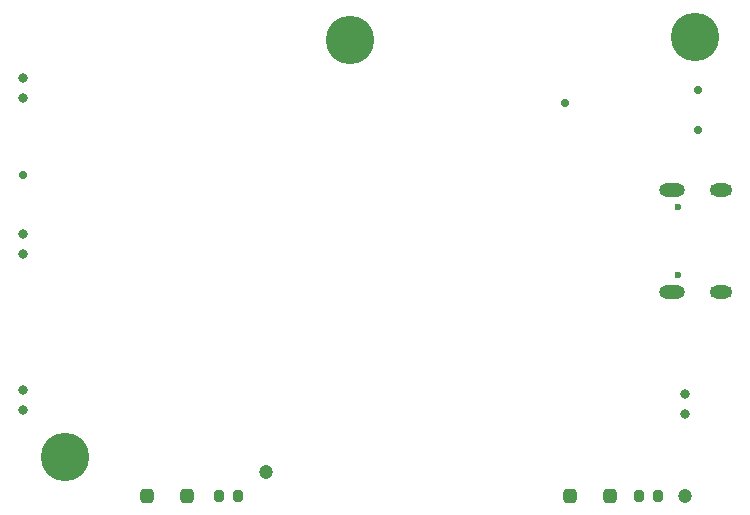
<source format=gbr>
%TF.GenerationSoftware,KiCad,Pcbnew,7.0.9*%
%TF.CreationDate,2024-01-15T23:30:26+02:00*%
%TF.ProjectId,DRM_Watch_V3,44524d5f-5761-4746-9368-5f56332e6b69,rev?*%
%TF.SameCoordinates,Original*%
%TF.FileFunction,Soldermask,Bot*%
%TF.FilePolarity,Negative*%
%FSLAX46Y46*%
G04 Gerber Fmt 4.6, Leading zero omitted, Abs format (unit mm)*
G04 Created by KiCad (PCBNEW 7.0.9) date 2024-01-15 23:30:26*
%MOMM*%
%LPD*%
G01*
G04 APERTURE LIST*
G04 Aperture macros list*
%AMRoundRect*
0 Rectangle with rounded corners*
0 $1 Rounding radius*
0 $2 $3 $4 $5 $6 $7 $8 $9 X,Y pos of 4 corners*
0 Add a 4 corners polygon primitive as box body*
4,1,4,$2,$3,$4,$5,$6,$7,$8,$9,$2,$3,0*
0 Add four circle primitives for the rounded corners*
1,1,$1+$1,$2,$3*
1,1,$1+$1,$4,$5*
1,1,$1+$1,$6,$7*
1,1,$1+$1,$8,$9*
0 Add four rect primitives between the rounded corners*
20,1,$1+$1,$2,$3,$4,$5,0*
20,1,$1+$1,$4,$5,$6,$7,0*
20,1,$1+$1,$6,$7,$8,$9,0*
20,1,$1+$1,$8,$9,$2,$3,0*%
G04 Aperture macros list end*
%ADD10C,4.100000*%
%ADD11C,0.700000*%
%ADD12C,0.800000*%
%ADD13C,0.600000*%
%ADD14O,2.204000X1.104000*%
%ADD15O,1.904000X1.104000*%
%ADD16C,1.200000*%
%ADD17RoundRect,0.350000X0.250000X0.250000X-0.250000X0.250000X-0.250000X-0.250000X0.250000X-0.250000X0*%
%ADD18RoundRect,0.200000X-0.200000X-0.275000X0.200000X-0.275000X0.200000X0.275000X-0.200000X0.275000X0*%
G04 APERTURE END LIST*
D10*
%TO.C,M2*%
X124460000Y-47752000D03*
%TD*%
D11*
%TO.C,D3*%
X124714000Y-55626000D03*
%TD*%
D12*
%TO.C,S2*%
X67518000Y-64428000D03*
X67518000Y-66128000D03*
%TD*%
%TO.C,S1*%
X67518000Y-51220000D03*
X67518000Y-52920000D03*
%TD*%
%TO.C,S4*%
X67518000Y-77636000D03*
X67518000Y-79336000D03*
%TD*%
D11*
%TO.C,D1*%
X67564000Y-59436000D03*
%TD*%
D10*
%TO.C,M3*%
X95250000Y-48006000D03*
%TD*%
D12*
%TO.C,S3*%
X123637000Y-79678000D03*
X123637000Y-77978000D03*
%TD*%
D10*
%TO.C,M1*%
X71120000Y-83312000D03*
%TD*%
D13*
%TO.C,J1*%
X122990000Y-67921000D03*
X122990000Y-62141000D03*
D14*
X122500000Y-69356000D03*
X122500000Y-60706000D03*
D15*
X126670000Y-69356000D03*
X126670000Y-60706000D03*
%TD*%
D11*
%TO.C,D5*%
X113411000Y-53340000D03*
%TD*%
%TO.C,D4*%
X124714000Y-52261000D03*
%TD*%
D16*
%TO.C,TP26*%
X88138000Y-84582000D03*
%TD*%
D17*
%TO.C,D7*%
X113870000Y-86614000D03*
X117270000Y-86614000D03*
%TD*%
D18*
%TO.C,R17*%
X84138000Y-86614000D03*
X85788000Y-86614000D03*
%TD*%
D17*
%TO.C,D6*%
X78056000Y-86614000D03*
X81456000Y-86614000D03*
%TD*%
D16*
%TO.C,TP38*%
X123571000Y-86614000D03*
%TD*%
D18*
%TO.C,R18*%
X119698000Y-86614000D03*
X121348000Y-86614000D03*
%TD*%
M02*

</source>
